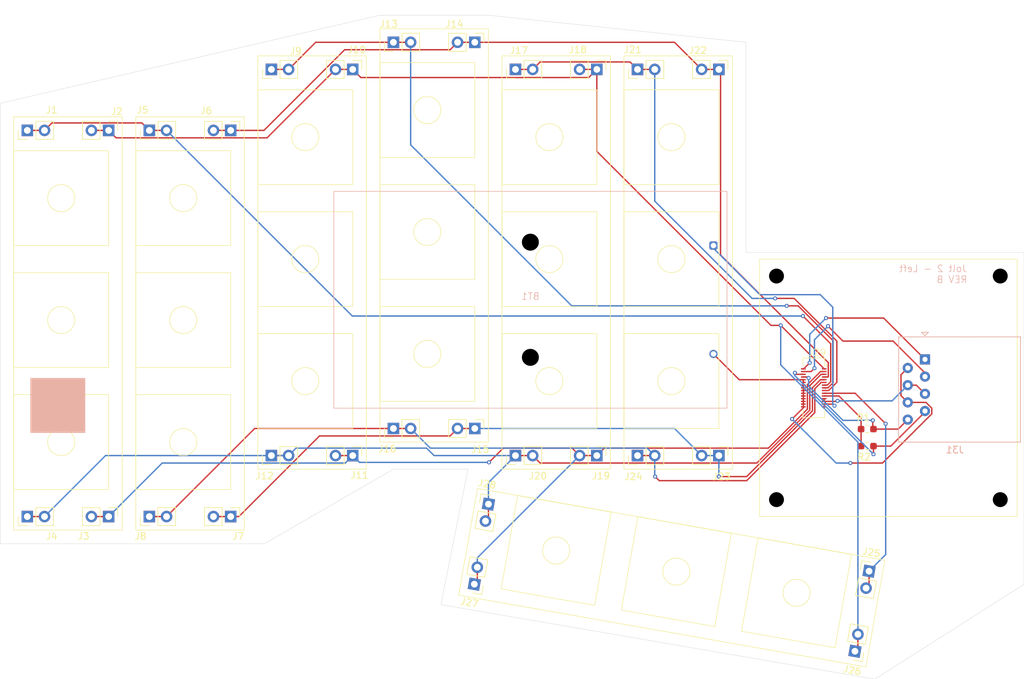
<source format=kicad_pcb>
(kicad_pcb (version 20240108) (generator "pcbnew") (generator_version "8.0")
  (layers (0 "F.Cu" signal) (31 "B.Cu" signal) (34 "B.Paste" user) (35 "F.Paste" user) (36 "B.SilkS" user "B.Silkscreen") (37 "F.SilkS" user "F.Silkscreen") (38 "B.Mask" user) (39 "F.Mask" user) (44 "Edge.Cuts" user))
  (net 0 "")
  (net 1 "/COL-A")
  (net 2 "/ROW-A")
  (net 3 "/ROW-B")
  (net 4 "/ROW-C")
  (net 5 "/ROW-D")
  (net 6 "/ROW-E")
  (net 7 "/ROW-F")
  (net 8 "/COL-B")
  (net 9 "/COL-C")
  (net 10 "/COL-D")
  (net 11 "VBUS")
  (net 12 "/SER-TX")
  (net 13 "Net-(BT1-+)")
  (net 14 "GND")
  (net 15 "/SCL")
  (net 16 "/SDA")
  (net 17 "/SER-RX")
  (net 18 "+3.3V")
  (footprint "Resistor_SMD:R_0603_1608Metric_Pad0.98x0.95mm_HandSolder" (layer "F.Cu") (at 164.8875 131.6)
    (property "Reference" "R2" (at -0.4875 1.6 0) (layer "F.SilkS"))
    (property "Value" "4.7k")
    (pad "1" smd roundrect (at -0.9125 0) (size 0.975 0.95) (layers "F.Cu" "F.Paste" "F.Mask") (net 18 "+3.3V"))
    (pad "2" smd roundrect (at 0.9125 0) (size 0.975 0.95) (layers "F.Cu" "F.Paste" "F.Mask") (net 15 "/SCL"))
  )
  (footprint "Connector_PinHeader_2.54mm:PinHeader_1x02_P2.54mm_Vertical" (layer "F.Cu") (at 95 72 90)
    (property "Reference" "J13" (at 2.7 -0.7 180) (layer "F.SilkS"))
    (property "Value" "Conn_01x02_Pin")
    (pad "1" thru_hole rect (at 0 0 90) (size 1.7 1.7) (drill 1) (layers "*.Cu" "*.Mask") (net 8 "/COL-B"))
    (pad "2" thru_hole oval (at 0 2.54 90) (size 1.7 1.7) (drill 1) (layers "*.Cu" "*.Mask") (net 8 "/COL-B"))
  )
  (footprint "Connector_PinHeader_2.54mm:PinHeader_1x02_P2.54mm_Vertical" (layer "F.Cu") (at 113 133 90)
    (property "Reference" "J20" (at -3 3.3 180) (layer "F.SilkS"))
    (property "Value" "Conn_01x02_Pin")
    (pad "1" thru_hole rect (at 0 0 90) (size 1.7 1.7) (drill 1) (layers "*.Cu" "*.Mask") (net 4 "/ROW-C"))
    (pad "2" thru_hole oval (at 0 2.54 90) (size 1.7 1.7) (drill 1) (layers "*.Cu" "*.Mask") (net 4 "/ROW-C"))
  )
  (footprint "Resistor_SMD:R_0603_1608Metric_Pad0.98x0.95mm_HandSolder" (layer "F.Cu") (at 164.8875 129.09)
    (property "Reference" "R1" (at -0.5875 -1.69 0) (layer "F.SilkS"))
    (property "Value" "4.7k")
    (pad "1" smd roundrect (at -0.9125 0) (size 0.975 0.95) (layers "F.Cu" "F.Paste" "F.Mask") (net 18 "+3.3V"))
    (pad "2" smd roundrect (at 0.9125 0) (size 0.975 0.95) (layers "F.Cu" "F.Paste" "F.Mask") (net 16 "/SDA"))
  )
  (footprint "Connector_PinHeader_2.54mm:PinHeader_1x02_P2.54mm_Vertical" (layer "F.Cu") (at 89 76 -90)
    (property "Reference" "J10" (at -2.9 -0.6 180) (layer "F.SilkS"))
    (property "Value" "Conn_01x02_Pin")
    (pad "1" thru_hole rect (at 0 0 270) (size 1.7 1.7) (drill 1) (layers "*.Cu" "*.Mask") (net 2 "/ROW-A"))
    (pad "2" thru_hole oval (at 0 2.54 270) (size 1.7 1.7) (drill 1) (layers "*.Cu" "*.Mask") (net 2 "/ROW-A"))
  )
  (footprint "Connector_PinHeader_2.54mm:PinHeader_1x02_P2.54mm_Vertical" (layer "F.Cu") (at 165.150895 150.060515 -10)
    (property "Reference" "J25" (at -0.135557 -2.779198 170) (layer "F.SilkS"))
    (property "Value" "Conn_01x02_Pin")
    (pad "1" thru_hole rect (at 0 0 350) (size 1.7 1.7) (drill 1) (layers "*.Cu" "*.Mask") (net 10 "/COL-D"))
    (pad "2" thru_hole oval (at 0 2.54 350) (size 1.7 1.7) (drill 1) (layers "*.Cu" "*.Mask") (net 10 "/COL-D"))
  )
  (footprint "Connector_PinHeader_2.54mm:PinHeader_1x02_P2.54mm_Vertical" (layer "F.Cu") (at 59 85 90)
    (property "Reference" "J5" (at 3 -1 180) (layer "F.SilkS"))
    (property "Value" "Conn_01x02_Pin")
    (pad "1" thru_hole rect (at 0 0 90) (size 1.7 1.7) (drill 1) (layers "*.Cu" "*.Mask") (net 1 "/COL-A"))
    (pad "2" thru_hole oval (at 0 2.54 90) (size 1.7 1.7) (drill 1) (layers "*.Cu" "*.Mask") (net 1 "/COL-A"))
  )
  (footprint "Connector_PinHeader_2.54mm:PinHeader_1x02_P2.54mm_Vertical" (layer "F.Cu") (at 41 85 90)
    (property "Reference" "J1" (at 3 3.6 180) (layer "F.SilkS"))
    (property "Value" "Conn_01x02_Pin")
    (pad "1" thru_hole rect (at 0 0 90) (size 1.7 1.7) (drill 1) (layers "*.Cu" "*.Mask") (net 1 "/COL-A"))
    (pad "2" thru_hole oval (at 0 2.54 90) (size 1.7 1.7) (drill 1) (layers "*.Cu" "*.Mask") (net 1 "/COL-A"))
  )
  (footprint "Connector_PinHeader_2.54mm:PinHeader_1x02_P2.54mm_Vertical" (layer "F.Cu") (at 77 133 90)
    (property "Reference" "J12" (at -3 -1 180) (layer "F.SilkS"))
    (property "Value" "Conn_01x02_Pin")
    (pad "1" thru_hole rect (at 0 0 90) (size 1.7 1.7) (drill 1) (layers "*.Cu" "*.Mask") (net 4 "/ROW-C"))
    (pad "2" thru_hole oval (at 0 2.54 90) (size 1.7 1.7) (drill 1) (layers "*.Cu" "*.Mask") (net 4 "/ROW-C"))
  )
  (footprint "Connector_PinHeader_2.54mm:PinHeader_1x02_P2.54mm_Vertical" (layer "F.Cu") (at 53 85 -90)
    (property "Reference" "J2" (at -2.8 -1.2 180) (layer "F.SilkS"))
    (property "Value" "Conn_01x02_Pin")
    (pad "1" thru_hole rect (at 0 0 270) (size 1.7 1.7) (drill 1) (layers "*.Cu" "*.Mask") (net 2 "/ROW-A"))
    (pad "2" thru_hole oval (at 0 2.54 270) (size 1.7 1.7) (drill 1) (layers "*.Cu" "*.Mask") (net 2 "/ROW-A"))
  )
  (footprint "Connector_PinHeader_2.54mm:PinHeader_1x02_P2.54mm_Vertical" (layer "F.Cu") (at 77 76 90)
    (property "Reference" "J9" (at 2.7 3.6 180) (layer "F.SilkS"))
    (property "Value" "Conn_01x02_Pin")
    (pad "1" thru_hole rect (at 0 0 90) (size 1.7 1.7) (drill 1) (layers "*.Cu" "*.Mask") (net 8 "/COL-B"))
    (pad "2" thru_hole oval (at 0 2.54 90) (size 1.7 1.7) (drill 1) (layers "*.Cu" "*.Mask") (net 8 "/COL-B"))
  )
  (footprint "Connector_PinHeader_2.54mm:PinHeader_1x02_P2.54mm_Vertical" (layer "F.Cu") (at 131 76 90)
    (property "Reference" "J21" (at 2.9 -0.7 180) (layer "F.SilkS"))
    (property "Value" "Conn_01x02_Pin")
    (pad "1" thru_hole rect (at 0 0 90) (size 1.7 1.7) (drill 1) (layers "*.Cu" "*.Mask") (net 9 "/COL-C"))
    (pad "2" thru_hole oval (at 0 2.54 90) (size 1.7 1.7) (drill 1) (layers "*.Cu" "*.Mask") (net 9 "/COL-C"))
  )
  (footprint "Connector_PinHeader_2.54mm:PinHeader_1x02_P2.54mm_Vertical" (layer "F.Cu") (at 125 76 -90)
    (property "Reference" "J18" (at -2.9 2.8 180) (layer "F.SilkS"))
    (property "Value" "Conn_01x02_Pin")
    (pad "1" thru_hole rect (at 0 0 270) (size 1.7 1.7) (drill 1) (layers "*.Cu" "*.Mask") (net 2 "/ROW-A"))
    (pad "2" thru_hole oval (at 0 2.54 270) (size 1.7 1.7) (drill 1) (layers "*.Cu" "*.Mask") (net 2 "/ROW-A"))
  )
  (footprint "Connector_PinHeader_2.54mm:PinHeader_1x02_P2.54mm_Vertical" (layer "F.Cu") (at 107 129 -90)
    (property "Reference" "J15" (at 3.1 -0.8 180) (layer "F.SilkS"))
    (property "Value" "Conn_01x02_Pin")
    (pad "1" thru_hole rect (at 0 0 270) (size 1.7 1.7) (drill 1) (layers "*.Cu" "*.Mask") (net 6 "/ROW-E"))
    (pad "2" thru_hole oval (at 0 2.54 270) (size 1.7 1.7) (drill 1) (layers "*.Cu" "*.Mask") (net 6 "/ROW-E"))
  )
  (footprint "Connector_PinHeader_2.54mm:PinHeader_1x02_P2.54mm_Vertical" (layer "F.Cu") (at 106.933075 151.980261 170)
    (property "Reference" "J27" (at 0.24966 -2.805717 170) (layer "F.SilkS"))
    (property "Value" "Conn_01x02_Pin")
    (pad "1" thru_hole rect (at 0 0 170) (size 1.7 1.7) (drill 1) (layers "*.Cu" "*.Mask") (net 3 "/ROW-B"))
    (pad "2" thru_hole oval (at 0 2.54 170) (size 1.7 1.7) (drill 1) (layers "*.Cu" "*.Mask") (net 3 "/ROW-B"))
  )
  (footprint "Connector_PinHeader_2.54mm:PinHeader_1x02_P2.54mm_Vertical" (layer "F.Cu") (at 163.067117 161.878208 170)
    (property "Reference" "J26" (at -0.091546 -2.849181 170) (layer "F.SilkS"))
    (property "Value" "Conn_01x02_Pin")
    (pad "1" thru_hole rect (at 0 0 170) (size 1.7 1.7) (drill 1) (layers "*.Cu" "*.Mask") (net 2 "/ROW-A"))
    (pad "2" thru_hole oval (at 0 2.54 170) (size 1.7 1.7) (drill 1) (layers "*.Cu" "*.Mask") (net 2 "/ROW-A"))
  )
  (footprint "Connector_PinHeader_2.54mm:PinHeader_1x02_P2.54mm_Vertical" (layer "F.Cu") (at 113 76 90)
    (property "Reference" "J17" (at 2.8 0.5 180) (layer "F.SilkS"))
    (property "Value" "Conn_01x02_Pin")
    (pad "1" thru_hole rect (at 0 0 90) (size 1.7 1.7) (drill 1) (layers "*.Cu" "*.Mask") (net 9 "/COL-C"))
    (pad "2" thru_hole oval (at 0 2.54 90) (size 1.7 1.7) (drill 1) (layers "*.Cu" "*.Mask") (net 9 "/COL-C"))
  )
  (footprint "Connector_PinHeader_2.54mm:PinHeader_1x02_P2.54mm_Vertical" (layer "F.Cu") (at 71 142 -90)
    (property "Reference" "J7" (at 2.9 -1.1 180) (layer "F.SilkS"))
    (property "Value" "Conn_01x02_Pin")
    (pad "1" thru_hole rect (at 0 0 270) (size 1.7 1.7) (drill 1) (layers "*.Cu" "*.Mask") (net 6 "/ROW-E"))
    (pad "2" thru_hole oval (at 0 2.54 270) (size 1.7 1.7) (drill 1) (layers "*.Cu" "*.Mask") (net 6 "/ROW-E"))
  )
  (footprint "Connector_PinHeader_2.54mm:PinHeader_1x02_P2.54mm_Vertical" (layer "F.Cu") (at 143 76 -90)
    (property "Reference" "J22" (at -2.8 3.1 180) (layer "F.SilkS"))
    (property "Value" "Conn_01x02_Pin")
    (pad "1" thru_hole rect (at 0 0 270) (size 1.7 1.7) (drill 1) (layers "*.Cu" "*.Mask") (net 5 "/ROW-D"))
    (pad "2" thru_hole oval (at 0 2.54 270) (size 1.7 1.7) (drill 1) (layers "*.Cu" "*.Mask") (net 5 "/ROW-D"))
  )
  (footprint "Connector_PinHeader_2.54mm:PinHeader_1x02_P2.54mm_Vertical" (layer "F.Cu") (at 89 133 -90)
    (property "Reference" "J11" (at 2.9 -1 180) (layer "F.SilkS"))
    (property "Value" "Conn_01x02_Pin")
    (pad "1" thru_hole rect (at 0 0 270) (size 1.7 1.7) (drill 1) (layers "*.Cu" "*.Mask") (net 3 "/ROW-B"))
    (pad "2" thru_hole oval (at 0 2.54 270) (size 1.7 1.7) (drill 1) (layers "*.Cu" "*.Mask") (net 3 "/ROW-B"))
  )
  (footprint "Connector_PinHeader_2.54mm:PinHeader_1x02_P2.54mm_Vertical" (layer "F.Cu") (at 71 85 -90)
    (property "Reference" "J6" (at -2.9 3.6 180) (layer "F.SilkS"))
    (property "Value" "Conn_01x02_Pin")
    (pad "1" thru_hole rect (at 0 0 270) (size 1.7 1.7) (drill 1) (layers "*.Cu" "*.Mask") (net 5 "/ROW-D"))
    (pad "2" thru_hole oval (at 0 2.54 270) (size 1.7 1.7) (drill 1) (layers "*.Cu" "*.Mask") (net 5 "/ROW-D"))
  )
  (footprint "Connector_PinHeader_2.54mm:PinHeader_1x02_P2.54mm_Vertical" (layer "F.Cu") (at 131 133 90)
    (property "Reference" "J24" (at -3.1 -0.6 180) (layer "F.SilkS"))
    (property "Value" "Conn_01x02_Pin")
    (pad "1" thru_hole rect (at 0 0 90) (size 1.7 1.7) (drill 1) (layers "*.Cu" "*.Mask") (net 7 "/ROW-F"))
    (pad "2" thru_hole oval (at 0 2.54 90) (size 1.7 1.7) (drill 1) (layers "*.Cu" "*.Mask") (net 7 "/ROW-F"))
  )
  (footprint "Connector_PinHeader_2.54mm:PinHeader_1x02_P2.54mm_Vertical" (layer "F.Cu") (at 53 142 -90)
    (property "Reference" "J3" (at 2.9 3.7 180) (layer "F.SilkS"))
    (property "Value" "Conn_01x02_Pin")
    (pad "1" thru_hole rect (at 0 0 270) (size 1.7 1.7) (drill 1) (layers "*.Cu" "*.Mask") (net 3 "/ROW-B"))
    (pad "2" thru_hole oval (at 0 2.54 270) (size 1.7 1.7) (drill 1) (layers "*.Cu" "*.Mask") (net 3 "/ROW-B"))
  )
  (footprint "davidb-keyboard-foot:df40c-2_0-30P-0_4v" (layer "F.Cu") (at 157 123)
    (property "Reference" "J29" (at 0.5 -5.2 0) (layer "F.SilkS") (effects (font (thickness 0.1))))
    (property "Value" "~")
    (pad "" np_thru_hole circle (at -5.5 -16.5) (size 2.2 2.2) (drill 2.2) (layers "F.Paste" "F.Mask"))
    (pad "" np_thru_hole circle (at -5.5 16.5) (size 2.2 2.2) (drill 2.2) (layers "F.Paste" "F.Mask"))
    (pad "" np_thru_hole circle (at 27.5 -16.5) (size 2.2 2.2) (drill 2.2) (layers "F.Paste" "F.Mask"))
    (pad "" np_thru_hole circle (at 27.5 16.5) (size 2.2 2.2) (drill 2.2) (layers "F.Paste" "F.Mask"))
    (pad "1" smd rect (at 1.54 -2.8) (size 0.7 0.2) (layers "F.Cu" "F.Paste" "F.Mask") (net 2 "/ROW-A"))
    (pad "2" smd rect (at -1.54 -2.8) (size 0.7 0.2) (layers "F.Cu" "F.Paste" "F.Mask") (net 17 "/SER-RX"))
    (pad "3" smd rect (at 1.54 -2.4) (size 0.7 0.2) (layers "F.Cu" "F.Paste" "F.Mask") (net 3 "/ROW-B"))
    (pad "4" smd rect (at -1.54 -2.4) (size 0.7 0.2) (layers "F.Cu" "F.Paste" "F.Mask") (net 12 "/SER-TX"))
    (pad "5" smd rect (at 1.54 -2) (size 0.7 0.2) (layers "F.Cu" "F.Paste" "F.Mask") (net 4 "/ROW-C"))
    (pad "6" smd rect (at -1.54 -2) (size 0.7 0.2) (layers "F.Cu" "F.Paste" "F.Mask") (net 15 "/SCL"))
    (pad "7" smd rect (at 1.54 -1.6) (size 0.7 0.2) (layers "F.Cu" "F.Paste" "F.Mask") (net 5 "/ROW-D"))
    (pad "8" smd rect (at -1.54 -1.6) (size 0.7 0.2) (layers "F.Cu" "F.Paste" "F.Mask") (net 16 "/SDA"))
    (pad "9" smd rect (at 1.54 -1.2) (size 0.7 0.2) (layers "F.Cu" "F.Paste" "F.Mask") (net 6 "/ROW-E"))
    (pad "10" smd rect (at -1.54 -1.2) (size 0.7 0.2) (layers "F.Cu" "F.Paste" "F.Mask") (net 14 "GND"))
    (pad "11" smd rect (at 1.54 -0.8) (size 0.7 0.2) (layers "F.Cu" "F.Paste" "F.Mask") (net 7 "/ROW-F"))
    (pad "12" smd rect (at -1.54 -0.8) (size 0.7 0.2) (layers "F.Cu" "F.Paste" "F.Mask") (net 14 "GND"))
    (pad "13" smd rect (at 1.54 -0.4) (size 0.7 0.2) (layers "F.Cu" "F.Paste" "F.Mask") (net 1 "/COL-A"))
    (pad "14" smd rect (at -1.54 -0.4) (size 0.7 0.2) (layers "F.Cu" "F.Paste" "F.Mask") (net 14 "GND"))
    (pad "15" smd rect (at 1.54 0) (size 0.7 0.2) (layers "F.Cu" "F.Paste" "F.Mask") (net 8 "/COL-B"))
    (pad "16" smd rect (at -1.54 0) (size 0.7 0.2) (layers "F.Cu" "F.Paste" "F.Mask") (net 14 "GND"))
    (pad "17" smd rect (at 1.54 0.4) (size 0.7 0.2) (layers "F.Cu" "F.Paste" "F.Mask") (net 9 "/COL-C"))
    (pad "18" smd rect (at -1.54 0.4) (size 0.7 0.2) (layers "F.Cu" "F.Paste" "F.Mask") (net 14 "GND"))
    (pad "19" smd rect (at 1.54 0.8) (size 0.7 0.2) (layers "F.Cu" "F.Paste" "F.Mask") (net 10 "/COL-D"))
    (pad "20" smd rect (at -1.54 0.8) (size 0.7 0.2) (layers "F.Cu" "F.Paste" "F.Mask") (net 14 "GND"))
    (pad "21" smd rect (at 1.54 1.2) (size 0.7 0.2) (layers "F.Cu" "F.Paste" "F.Mask") (net 18 "+3.3V"))
    (pad "22" smd rect (at -1.54 1.2) (size 0.7 0.2) (layers "F.Cu" "F.Paste" "F.Mask") (net 14 "GND"))
    (pad "23" smd rect (at 1.54 1.6) (size 0.7 0.2) (layers "F.Cu" "F.Paste" "F.Mask") (net 11 "VBUS"))
    (pad "24" smd rect (at -1.54 1.6) (size 0.7 0.2) (layers "F.Cu" "F.Paste" "F.Mask") (net 14 "GND"))
    (pad "25" smd rect (at 1.54 2) (size 0.7 0.2) (layers "F.Cu" "F.Paste" "F.Mask") (net 11 "VBUS"))
    (pad "26" smd rect (at -1.54 2) (size 0.7 0.2) (layers "F.Cu" "F.Paste" "F.Mask") (net 14 "GND"))
    (pad "27" smd rect (at 1.54 2.4) (size 0.7 0.2) (layers "F.Cu" "F.Paste" "F.Mask") (net 13 "Net-(BT1-+)"))
    (pad "28" smd rect (at -1.54 2.4) (size 0.7 0.2) (layers "F.Cu" "F.Paste" "F.Mask") (net 14 "GND"))
    (pad "29" smd rect (at 1.54 2.8) (size 0.7 0.2) (layers "F.Cu" "F.Paste" "F.Mask") (net 13 "Net-(BT1-+)"))
    (pad "30" smd rect (at -1.54 2.8) (size 0.7 0.2) (layers "F.Cu" "F.Paste" "F.Mask") (net 14 "GND"))
  )
  (footprint "Connector_PinHeader_2.54mm:PinHeader_1x02_P2.54mm_Vertical" (layer "F.Cu") (at 125 133 -90)
    (property "Reference" "J19" (at 3 -0.6 180) (layer "F.SilkS"))
    (property "Value" "Conn_01x02_Pin")
    (pad "1" thru_hole rect (at 0 0 270) (size 1.7 1.7) (drill 1) (layers "*.Cu" "*.Mask") (net 3 "/ROW-B"))
    (pad "2" thru_hole oval (at 0 2.54 270) (size 1.7 1.7) (drill 1) (layers "*.Cu" "*.Mask") (net 3 "/ROW-B"))
  )
  (footprint "Connector_PinHeader_2.54mm:PinHeader_1x02_P2.54mm_Vertical" (layer "F.Cu") (at 95 129 90)
    (property "Reference" "J16" (at -3 -0.9 180) (layer "F.SilkS"))
    (property "Value" "Conn_01x02_Pin")
    (pad "1" thru_hole rect (at 0 0 90) (size 1.7 1.7) (drill 1) (layers "*.Cu" "*.Mask") (net 7 "/ROW-F"))
    (pad "2" thru_hole oval (at 0 2.54 90) (size 1.7 1.7) (drill 1) (layers "*.Cu" "*.Mask") (net 7 "/ROW-F"))
  )
  (footprint "Connector_PinHeader_2.54mm:PinHeader_1x02_P2.54mm_Vertical" (layer "F.Cu") (at 41 142 90)
    (property "Reference" "J4" (at -2.9 3.6 180) (layer "F.SilkS"))
    (property "Value" "Conn_01x02_Pin")
    (pad "1" thru_hole rect (at 0 0 90) (size 1.7 1.7) (drill 1) (layers "*.Cu" "*.Mask") (net 4 "/ROW-C"))
    (pad "2" thru_hole oval (at 0 2.54 90) (size 1.7 1.7) (drill 1) (layers "*.Cu" "*.Mask") (net 4 "/ROW-C"))
  )
  (footprint "Connector_PinHeader_2.54mm:PinHeader_1x02_P2.54mm_Vertical" (layer "F.Cu") (at 143 133 -90)
    (property "Reference" "J23" (at 3.1 -0.4 180) (layer "F.SilkS"))
    (property "Value" "Conn_01x02_Pin")
    (pad "1" thru_hole rect (at 0 0 270) (size 1.7 1.7) (drill 1) (layers "*.Cu" "*.Mask") (net 6 "/ROW-E"))
    (pad "2" thru_hole oval (at 0 2.54 270) (size 1.7 1.7) (drill 1) (layers "*.Cu" "*.Mask") (net 6 "/ROW-E"))
  )
  (footprint "Connector_PinHeader_2.54mm:PinHeader_1x02_P2.54mm_Vertical" (layer "F.Cu") (at 59 142 90)
    (property "Reference" "J8" (at -2.9 -1.3 180) (layer "F.SilkS"))
    (property "Value" "Conn_01x02_Pin")
    (pad "1" thru_hole rect (at 0 0 90) (size 1.7 1.7) (drill 1) (layers "*.Cu" "*.Mask") (net 7 "/ROW-F"))
    (pad "2" thru_hole oval (at 0 2.54 90) (size 1.7 1.7) (drill 1) (layers "*.Cu" "*.Mask") (net 7 "/ROW-F"))
  )
  (footprint "Connector_PinHeader_2.54mm:PinHeader_1x02_P2.54mm_Vertical" (layer "F.Cu") (at 109.016853 140.162568 -10)
    (property "Reference" "J28" (at -0.728003 -2.879904 170) (layer "F.SilkS"))
    (property "Value" "Conn_01x02_Pin")
    (pad "1" thru_hole rect (at 0 0 350) (size 1.7 1.7) (drill 1) (layers "*.Cu" "*.Mask") (net 4 "/ROW-C"))
    (pad "2" thru_hole oval (at 0 2.54 350) (size 1.7 1.7) (drill 1) (layers "*.Cu" "*.Mask") (net 4 "/ROW-C"))
  )
  (footprint "Connector_PinHeader_2.54mm:PinHeader_1x02_P2.54mm_Vertical" (layer "F.Cu") (at 107 72 -90)
    (property "Reference" "J14" (at -2.7 3 180) (layer "F.SilkS"))
    (property "Value" "Conn_01x02_Pin")
    (pad "1" thru_hole rect (at 0 0 270) (size 1.7 1.7) (drill 1) (layers "*.Cu" "*.Mask") (net 5 "/ROW-D"))
    (pad "2" thru_hole oval (at 0 2.54 270) (size 1.7 1.7) (drill 1) (layers "*.Cu" "*.Mask") (net 5 "/ROW-D"))
  )
  (footprint "Connector_RJ:RJ45_Amphenol_54602-x08_Horizontal" (layer "B.Cu") (at 173.4 118.8 -90)
    (property "Reference" "J31" (at 13.36 -4.4 0) (layer "B.SilkS") (effects (justify mirror)))
    (property "Value" "RJ45")
    (pad "" np_thru_hole circle (at -1.27 -6.35 270) (size 3.2 3.2) (drill 3.2) (layers "*.Cu" "*.Mask"))
    (pad "" np_thru_hole circle (at 10.16 -6.35 270) (size 3.2 3.2) (drill 3.2) (layers "*.Cu" "*.Mask"))
    (pad "1" thru_hole rect (at 0 0 270) (size 1.5 1.5) (drill 0.76) (layers "*.Cu" "*.Mask") (net 17 "/SER-RX"))
    (pad "2" thru_hole circle (at 1.27 2.54 270) (size 1.5 1.5) (drill 0.76) (layers "*.Cu" "*.Mask") (net 14 "GND"))
    (pad "3" thru_hole circle (at 2.54 0 270) (size 1.5 1.5) (drill 0.76) (layers "*.Cu" "*.Mask") (net 12 "/SER-TX"))
    (pad "4" thru_hole circle (at 3.81 2.54 270) (size 1.5 1.5) (drill 0.76) (layers "*.Cu" "*.Mask") (net 11 "VBUS"))
    (pad "5" thru_hole circle (at 5.08 0 270) (size 1.5 1.5) (drill 0.76) (layers "*.Cu" "*.Mask") (net 11 "VBUS"))
    (pad "6" thru_hole circle (at 6.35 2.54 270) (size 1.5 1.5) (drill 0.76) (layers "*.Cu" "*.Mask") (net 14 "GND"))
    (pad "7" thru_hole circle (at 7.62 0 270) (size 1.5 1.5) (drill 0.76) (layers "*.Cu" "*.Mask") (net 15 "/SCL"))
    (pad "8" thru_hole circle (at 8.89 2.54 270) (size 1.5 1.5) (drill 0.76) (layers "*.Cu" "*.Mask") (net 16 "/SDA"))
  )
  (footprint "davidb-keyboard-foot:BAT-2xAA-SHELL-CASE-BOX" (layer "B.Cu") (at 144.2 126 180)
    (property "Reference" "BT1" (at 29 16.5 0) (layer "B.SilkS") (effects (font (thickness 0.1)) (justify mirror)))
    (property "Value" "Battery")
    (pad "" np_thru_hole circle (at 29 7.5 180) (size 3 3) (drill 2.5) (layers "*.Mask") (clearance 0.1))
    (pad "" np_thru_hole circle (at 29 24.5 180) (size 3 3) (drill 2.5) (layers "*.Mask") (clearance 0.1))
    (pad "1" thru_hole roundrect (at 2 24 180) (size 1.2 1.2) (drill 0.8) (layers "*.Cu" "*.Mask") (roundrect_rratio 0.2083333333) (net 13 "Net-(BT1-+)") (clearance 0.1))
    (pad "2" thru_hole circle (at 2 8 180) (size 1.2 1.2) (drill 0.8) (layers "*.Cu" "*.Mask") (net 14 "GND") (clearance 0.1))
  )
  (gr_rect (start 41.5 121.6) (end 49.5 129.6) (stroke (width 0.1)) (fill solid) (layer "B.SilkS"))
  (gr_circle (center 136 86) (end 138 86) (stroke (width 0.1)) (fill none) (layer "F.SilkS"))
  (gr_rect (start 93 111) (end 107 125) (stroke (width 0.1)) (fill none) (layer "F.SilkS"))
  (gr_rect (start 111 115) (end 125 129) (stroke (width 0.1)) (fill none) (layer "F.SilkS"))
  (gr_circle (center 100 82) (end 102 82) (stroke (width 0.1)) (fill none) (layer "F.SilkS"))
  (gr_rect (start 39 88) (end 53 102) (stroke (width 0.1)) (fill none) (layer "F.SilkS"))
  (gr_rect (start 57 106) (end 71 120) (stroke (width 0.1)) (fill none) (layer "F.SilkS"))
  (gr_rect (start 129 97) (end 143 111) (stroke (width 0.1)) (fill none) (layer "F.SilkS"))
  (gr_rect (start 75 115) (end 89 129) (stroke (width 0.1)) (fill none) (layer "F.SilkS"))
  (gr_circle (center 46 95) (end 48 95) (stroke (width 0.1)) (fill none) (layer "F.SilkS"))
  (gr_poly (pts (xy 107.394534 137.845657) (xy 167.467807 148.438195) (xy 164.689436 164.195119) (xy 104.616163 153.602581)) (stroke (width 0.1)) (fill none) (layer "F.SilkS"))
  (gr_circle (center 82 122) (end 84 122) (stroke (width 0.1)) (fill none) (layer "F.SilkS"))
  (gr_rect (start 129 74) (end 145 135) (stroke (width 0.1)) (fill none) (layer "F.SilkS"))
  (gr_rect (start 111 74) (end 127 135) (stroke (width 0.1)) (fill none) (layer "F.SilkS"))
  (gr_rect (start 75 97) (end 89 111) (stroke (width 0.1)) (fill none) (layer "F.SilkS"))
  (gr_rect (start 93 93) (end 107 107) (stroke (width 0.1)) (fill none) (layer "F.SilkS"))
  (gr_circle (center 136 104) (end 138 104) (stroke (width 0.1)) (fill none) (layer "F.SilkS"))
  (gr_rect (start 111 97) (end 125 111) (stroke (width 0.1)) (fill none) (layer "F.SilkS"))
  (gr_rect (start 57 124) (end 71 138) (stroke (width 0.1)) (fill none) (layer "F.SilkS"))
  (gr_circle (center 100 118) (end 102 118) (stroke (width 0.1)) (fill none) (layer "F.SilkS"))
  (gr_rect (start 75 79) (end 89 93) (stroke (width 0.1)) (fill none) (layer "F.SilkS"))
  (gr_circle (center 64 131) (end 66 131) (stroke (width 0.1)) (fill none) (layer "F.SilkS"))
  (gr_poly (pts (xy 144.835731 144.44755) (xy 131.048423 142.016475) (xy 128.617348 155.803784) (xy 142.404657 158.234858)) (stroke (width 0.1)) (fill none) (layer "F.SilkS"))
  (gr_circle (center 118 122) (end 120 122) (stroke (width 0.1)) (fill none) (layer "F.SilkS"))
  (gr_circle (center 119 147) (end 118.652704 148.969615) (stroke (width 0.1)) (fill none) (layer "F.SilkS"))
  (gr_circle (center 136 122) (end 138 122) (stroke (width 0.1)) (fill none) (layer "F.SilkS"))
  (gr_circle (center 154.453079 153.251334) (end 154.105783 155.22095) (stroke (width 0.1)) (fill none) (layer "F.SilkS"))
  (gr_poly (pts (xy 162.562271 147.573217) (xy 148.774962 145.142143) (xy 146.343888 158.929451) (xy 160.131196 161.360526)) (stroke (width 0.1)) (fill none) (layer "F.SilkS"))
  (gr_circle (center 82 86) (end 84 86) (stroke (width 0.1)) (fill none) (layer "F.SilkS"))
  (gr_circle (center 118 86) (end 120 86) (stroke (width 0.1)) (fill none) (layer "F.SilkS"))
  (gr_rect (start 39 83) (end 55 144) (stroke (width 0.1)) (fill none) (layer "F.SilkS"))
  (gr_rect (start 93 75) (end 107 89) (stroke (width 0.1)) (fill none) (layer "F.SilkS"))
  (gr_circle (center 64 95) (end 66 95) (stroke (width 0.1)) (fill none) (layer "F.SilkS"))
  (gr_circle (center 100 100) (end 102 100) (stroke (width 0.1)) (fill none) (layer "F.SilkS"))
  (gr_rect (start 39 124) (end 53 138) (stroke (width 0.1)) (fill none) (layer "F.SilkS"))
  (gr_circle (center 118 104) (end 120 104) (stroke (width 0.1)) (fill none) (layer "F.SilkS"))
  (gr_rect (start 93 70) (end 109 131) (stroke (width 0.1)) (fill none) (layer "F.SilkS"))
  (gr_rect (start 57 83) (end 73 144) (stroke (width 0.1)) (fill none) (layer "F.SilkS"))
  (gr_circle (center 46 131) (end 48 131) (stroke (width 0.1)) (fill none) (layer "F.SilkS"))
  (gr_rect (start 39 106) (end 53 120) (stroke (width 0.1)) (fill none) (layer "F.SilkS"))
  (gr_circle (center 136.72654 150.125667) (end 136.379243 152.095282) (stroke (width 0.1)) (fill none) (layer "F.SilkS"))
  (gr_rect (start 75 74) (end 91 135) (stroke (width 0.1)) (fill none) (layer "F.SilkS"))
  (gr_rect (start 57 88) (end 71 102) (stroke (width 0.1)) (fill none) (layer "F.SilkS"))
  (gr_circle (center 46 113) (end 48 113) (stroke (width 0.1)) (fill none) (layer "F.SilkS"))
  (gr_rect (start 129 115) (end 143 129) (stroke (width 0.1)) (fill none) (layer "F.SilkS"))
  (gr_poly (pts (xy 127.109192 141.321883) (xy 113.321883 138.890808) (xy 110.890809 152.678117) (xy 124.678117 155.109191)) (stroke (width 0.1)) (fill none) (layer "F.SilkS"))
  (gr_rect (start 111 79) (end 125 93) (stroke (width 0.1)) (fill none) (layer "F.SilkS"))
  (gr_rect (start 129 79) (end 143 93) (stroke (width 0.1)) (fill none) (layer "F.SilkS"))
  (gr_circle (center 82 104) (end 84 104) (stroke (width 0.1)) (fill none) (layer "F.SilkS"))
  (gr_circle (center 64 113) (end 66 113) (stroke (width 0.1)) (fill none) (layer "F.SilkS"))
  (gr_poly (pts (xy 188 103) (xy 147 103) (xy 147 72) (xy 109 68) (xy 93 68) (xy 37 81) (xy 37 146) (xy 76 146) (xy 95 135) (xy 106 135) (xy 102 155) (xy 166 166) (xy 188 152)) (stroke (width 0.05)) (fill none) (layer "Edge.Cuts"))
  (gr_text "Jolt 2 - Left\nREV B" (at 179.7 107.6 0) (layer "B.SilkS") (effects (font (size 1 1) (thickness 0.1)) (justify left bottom mirror)))
  (segment (start 43.54 85) (end 44.64 83.9) (width 0.2) (layer "F.Cu") (net 1))
  (segment (start 61.54 85) (end 59 85) (width 0.2) (layer "F.Cu") (net 1))
  (segment (start 159.49 116.49) (end 155.4 112.4) (width 0.2) (layer "F.Cu") (net 1))
  (segment (start 158.995026 122.6) (end 159.49 122.105026) (width 0.2) (layer "F.Cu") (net 1))
  (segment (start 43.54 85) (end 41 85) (width 0.2) (layer "F.Cu") (net 1))
  (segment (start 159.49 122.105026) (end 159.49 116.49) (width 0.2) (layer "F.Cu") (net 1))
  (segment (start 57.9 83.9) (end 59 85) (width 0.2) (layer "F.Cu") (net 1))
  (segment (start 158.54 122.6) (end 158.995026 122.6) (width 0.2) (layer "F.Cu") (net 1))
  (segment (start 44.64 83.9) (end 57.9 83.9) (width 0.2) (layer "F.Cu") (net 1))
  (via (at 155.4 112.4) (size 0.6) (drill 0.3) (layers "F.Cu" "B.Cu") (net 1))
  (segment (start 155.4 112.4) (end 88.94 112.4) (width 0.2) (layer "B.Cu") (net 1))
  (segment (start 88.94 112.4) (end 61.54 85) (width 0.2) (layer "B.Cu") (net 1))
  (segment (start 89 76) (end 86.46 76) (width 0.2) (layer "F.Cu") (net 2))
  (segment (start 163.508183 159.376796) (end 163.508183 161.437142) (width 0.2) (layer "F.Cu") (net 2))
  (segment (start 158.54 120.2) (end 152.12 113.78) (width 0.2) (layer "F.Cu") (net 2))
  (segment (start 125 76) (end 122.46 76) (width 0.2) (layer "F.Cu") (net 2))
  (segment (start 90.2 77.2) (end 123.8 77.2) (width 0.2) (layer "F.Cu") (net 2))
  (segment (start 53 85) (end 50.46 85) (width 0.2) (layer "F.Cu") (net 2))
  (segment (start 152.12 113.78) (end 150.68 113.78) (width 0.2) (layer "F.Cu") (net 2))
  (segment (start 125 88.1) (end 125 76) (width 0.2) (layer "F.Cu") (net 2))
  (segment (start 123.8 77.2) (end 125 76) (width 0.2) (layer "F.Cu") (net 2))
  (segment (start 76.36 86.1) (end 86.46 76) (width 0.2) (layer "F.Cu") (net 2))
  (segment (start 53 85) (end 54.1 86.1) (width 0.2) (layer "F.Cu") (net 2))
  (segment (start 54.1 86.1) (end 76.36 86.1) (width 0.2) (layer "F.Cu") (net 2))
  (segment (start 89 76) (end 90.2 77.2) (width 0.2) (layer "F.Cu") (net 2))
  (segment (start 163.508183 161.437142) (end 163.067117 161.878208) (width 0.2) (layer "F.Cu") (net 2))
  (segment (start 150.68 113.78) (end 125 88.1) (width 0.2) (layer "F.Cu") (net 2))
  (via (at 152.12 113.78) (size 0.6) (drill 0.3) (layers "F.Cu" "B.Cu") (net 2))
  (segment (start 152.12 119.614974) (end 152.12 113.78) (width 0.2) (layer "B.Cu") (net 2))
  (segment (start 163.508183 159.376796) (end 163.508183 131.003157) (width 0.2) (layer "B.Cu") (net 2))
  (segment (start 163.508183 131.003157) (end 152.12 119.614974) (width 0.2) (layer "B.Cu") (net 2))
  (segment (start 53 142) (end 50.46 142) (width 0.2) (layer "F.Cu") (net 3))
  (segment (start 107.374141 151.539195) (end 106.933075 151.980261) (width 0.2) (layer "F.Cu") (net 3))
  (segment (start 109.1 134) (end 111.2 131.9) (width 0.2) (layer "F.Cu") (net 3))
  (segment (start 156.06 122.53) (end 156.06 126.14) (width 0.2) (layer "F.Cu") (net 3))
  (segment (start 111.2 131.9) (end 121.36 131.9) (width 0.2) (layer "F.Cu") (net 3))
  (segment (start 150.3 131.9) (end 126.1 131.9) (width 0.2) (layer "F.Cu") (net 3))
  (segment (start 157.99 120.6) (end 156.06 122.53) (width 0.2) (layer "F.Cu") (net 3))
  (segment (start 121.36 131.9) (end 122.46 133) (width 0.2) (layer "F.Cu") (net 3))
  (segment (start 158.54 120.6) (end 157.99 120.6) (width 0.2) (layer "F.Cu") (net 3))
  (segment (start 156.06 126.14) (end 150.3 131.9) (width 0.2) (layer "F.Cu") (net 3))
  (segment (start 125 133) (end 122.46 133) (width 0.2) (layer "F.Cu") (net 3))
  (segment (start 107.374141 149.478849) (end 107.374141 151.539195) (width 0.2) (layer "F.Cu") (net 3))
  (segment (start 89 133) (end 86.46 133) (width 0.2) (layer "F.Cu") (net 3))
  (segment (start 126.1 131.9) (end 125 133) (width 0.2) (layer "F.Cu") (net 3))
  (via (at 109.1 134) (size 0.6) (drill 0.3) (layers "F.Cu" "B.Cu") (net 3))
  (segment (start 89 133) (end 90 134) (width 0.2) (layer "B.Cu") (net 3))
  (segment (start 60.9 134.1) (end 53 142) (width 0.2) (layer "B.Cu") (net 3))
  (segment (start 90 134) (end 109.1 134) (width 0.2) (layer "B.Cu") (net 3))
  (segment (start 107.374141 148.085859) (end 122.46 133) (width 0.2) (layer "B.Cu") (net 3))
  (segment (start 107.374141 149.478849) (end 107.374141 148.085859) (width 0.2) (layer "B.Cu") (net 3))
  (segment (start 89 133) (end 87.9 134.1) (width 0.2) (layer "B.Cu") (net 3))
  (segment (start 87.9 134.1) (end 60.9 134.1) (width 0.2) (layer "B.Cu") (net 3))
  (segment (start 148.605026 134.1) (end 116.64 134.1) (width 0.2) (layer "F.Cu") (net 4))
  (segment (start 116.64 134.1) (end 115.54 133) (width 0.2) (layer "F.Cu") (net 4))
  (segment (start 158.084974 121) (end 156.41 122.674974) (width 0.2) (layer "F.Cu") (net 4))
  (segment (start 156.41 122.674974) (end 156.41 126.295026) (width 0.2) (layer "F.Cu") (net 4))
  (segment (start 158.54 121) (end 158.084974 121) (width 0.2) (layer "F.Cu") (net 4))
  (segment (start 43.54 142) (end 41 142) (width 0.2) (layer "F.Cu") (net 4))
  (segment (start 109.016853 142.222914) (end 108.575787 142.66398) (width 0.2) (layer "F.Cu") (net 4))
  (segment (start 113 133) (end 115.54 133) (width 0.2) (layer "F.Cu") (net 4))
  (segment (start 109.016853 140.162568) (end 109.016853 142.222914) (width 0.2) (layer "F.Cu") (net 4))
  (segment (start 79.54 133) (end 77 133) (width 0.2) (layer "F.Cu") (net 4))
  (segment (start 156.41 126.295026) (end 148.605026 134.1) (width 0.2) (layer "F.Cu") (net 4))
  (segment (start 99.9 131.9) (end 101 133) (width 0.2) (layer "B.Cu") (net 4))
  (segment (start 80.64 131.9) (end 99.9 131.9) (width 0.2) (layer "B.Cu") (net 4))
  (segment (start 109.016853 136.983147) (end 113 133) (width 0.2) (layer "B.Cu") (net 4))
  (segment (start 101 133) (end 113 133) (width 0.2) (layer "B.Cu") (net 4))
  (segment (start 79.54 133) (end 52.54 133) (width 0.2) (layer "B.Cu") (net 4))
  (segment (start 79.54 133) (end 80.64 131.9) (width 0.2) (layer "B.Cu") (net 4))
  (segment (start 109.016853 140.162568) (end 109.016853 136.983147) (width 0.2) (layer "B.Cu") (net 4))
  (segment (start 52.54 133) (end 43.54 142) (width 0.2) (layer "B.Cu") (net 4))
  (segment (start 107 72) (end 136.46 72) (width 0.2) (layer "F.Cu") (net 5))
  (segment (start 143 76) (end 140.46 76) (width 0.2) (layer "F.Cu") (net 5))
  (segment (start 136.46 72) (end 140.46 76) (width 0.2) (layer "F.Cu") (net 5))
  (segment (start 87.804365 73.1) (end 103.36 73.1) (width 0.2) (layer "F.Cu") (net 5))
  (segment (start 159.14 119.281422) (end 143.25 103.391422) (width 0.2) (layer "F.Cu") (net 5))
  (segment (start 71 85) (end 75.904365 85) (width 0.2) (layer "F.Cu") (net 5))
  (segment (start 158.54 121.4) (end 159.09 121.4) (width 0.2) (layer "F.Cu") (net 5))
  (segment (start 103.36 73.1) (end 104.46 72) (width 0.2) (layer "F.Cu") (net 5))
  (segment (start 107 72) (end 104.46 72) (width 0.2) (layer "F.Cu") (net 5))
  (segment (start 159.09 121.4) (end 159.14 121.35) (width 0.2) (layer "F.Cu") (net 5))
  (segment (start 159.14 121.35) (end 159.14 119.281422) (width 0.2) (layer "F.Cu") (net 5))
  (segment (start 143.25 103.391422) (end 143.25 76.25) (width 0.2) (layer "F.Cu") (net 5))
  (segment (start 75.904365 85) (end 87.804365 73.1) (width 0.2) (layer "F.Cu") (net 5))
  (segment (start 143.25 76.25) (end 143 76) (width 0.2) (layer "F.Cu") (net 5))
  (segment (start 71 85) (end 68.46 85) (width 0.2) (layer "F.Cu") (net 5))
  (segment (start 104.46 129) (end 103.36 130.1) (width 0.2) (layer "F.Cu") (net 6))
  (segment (start 156.8 126.4) (end 147.1 136.1) (width 0.2) (layer "F.Cu") (net 6))
  (segment (start 72.2 142) (end 71 142) (width 0.2) (layer "F.Cu") (net 6))
  (segment (start 103.36 130.1) (end 84.1 130.1) (width 0.2) (layer "F.Cu") (net 6))
  (segment (start 157.99 121.8) (end 156.8 122.99) (width 0.2) (layer "F.Cu") (net 6))
  (segment (start 84.1 130.1) (end 72.2 142) (width 0.2) (layer "F.Cu") (net 6))
  (segment (start 147.1 136.1) (end 143 136.1) (width 0.2) (layer "F.Cu") (net 6))
  (segment (start 156.8 122.99) (end 156.8 126.4) (width 0.2) (layer "F.Cu") (net 6))
  (segment (start 71 142) (end 68.46 142) (width 0.2) (layer "F.Cu") (net 6))
  (segment (start 158.54 121.8) (end 157.99 121.8) (width 0.2) (layer "F.Cu") (net 6))
  (segment (start 107 129) (end 104.46 129) (width 0.2) (layer "F.Cu") (net 6))
  (via (at 143 136.1) (size 0.6) (drill 0.3) (layers "F.Cu" "B.Cu") (net 6))
  (segment (start 143 133) (end 140.46 133) (width 0.2) (layer "B.Cu") (net 6))
  (segment (start 143 136.1) (end 143 133) (width 0.2) (layer "B.Cu") (net 6))
  (segment (start 140.46 133) (end 136.46 129) (width 0.2) (layer "B.Cu") (net 6))
  (segment (start 136.46 129) (end 107 129) (width 0.2) (layer "B.Cu") (net 6))
  (segment (start 74.54 129) (end 61.54 142) (width 0.2) (layer "F.Cu") (net 7))
  (segment (start 157.15 123.134974) (end 157.15 126.65) (width 0.2) (layer "F.Cu") (net 7))
  (segment (start 61.54 142) (end 59 142) (width 0.2) (layer "F.Cu") (net 7))
  (segment (start 158.54 122.2) (end 158.084974 122.2) (width 0.2) (layer "F.Cu") (net 7))
  (segment (start 97.54 129) (end 95 129) (width 0.2) (layer "F.Cu") (net 7))
  (segment (start 147.1 136.7) (end 134.2 136.7) (width 0.2) (layer "F.Cu") (net 7))
  (segment (start 157.15 126.65) (end 147.1 136.7) (width 0.2) (layer "F.Cu") (net 7))
  (segment (start 134.2 136.7) (end 133.6 136.1) (width 0.2) (layer "F.Cu") (net 7))
  (segment (start 133.54 133) (end 131 133) (width 0.2) (layer "F.Cu") (net 7))
  (segment (start 158.084974 122.2) (end 157.15 123.134974) (width 0.2) (layer "F.Cu") (net 7))
  (segment (start 95 129) (end 74.54 129) (width 0.2) (layer "F.Cu") (net 7))
  (via (at 133.6 136.1) (size 0.6) (drill 0.3) (layers "F.Cu" "B.Cu") (net 7))
  (segment (start 133.54 136.04) (end 133.54 133) (width 0.2) (layer "B.Cu") (net 7))
  (segment (start 133.6 136.1) (end 133.54 136.04) (width 0.2) (layer "B.Cu") (net 7))
  (segment (start 132.44 131.9) (end 100.44 131.9) (width 0.2) (layer "B.Cu") (net 7))
  (segment (start 133.54 133) (end 132.44 131.9) (width 0.2) (layer "B.Cu") (net 7))
  (segment (start 100.44 131.9) (end 97.54 129) (width 0.2) (layer "B.Cu") (net 7))
  (segment (start 159.84 122.25) (end 159.84 116.04) (width 0.2) (layer "F.Cu") (net 8))
  (segment (start 97.54 72) (end 95 72) (width 0.2) (layer "F.Cu") (net 8))
  (segment (start 79.54 76) (end 77 76) (width 0.2) (layer "F.Cu") (net 8))
  (segment (start 154.7 110.9) (end 153 110.9) (width 0.2) (layer "F.Cu") (net 8))
  (segment (start 159.09 123) (end 159.84 122.25) (width 0.2) (layer "F.Cu") (net 8))
  (segment (start 159.84 116.04) (end 154.7 110.9) (width 0.2) (layer "F.Cu") (net 8))
  (segment (start 83.54 72) (end 95 72) (width 0.2) (layer "F.Cu") (net 8))
  (segment (start 158.54 123) (end 159.09 123) (width 0.2) (layer "F.Cu") (net 8))
  (segment (start 79.54 76) (end 83.54 72) (width 0.2) (layer "F.Cu") (net 8))
  (via (at 153 110.9) (size 0.6) (drill 0.3) (layers "F.Cu" "B.Cu") (net 8))
  (segment (start 97.54 87.14) (end 97.54 72) (width 0.2) (layer "B.Cu") (net 8))
  (segment (start 121.3 110.9) (end 97.54 87.14) (width 0.2) (layer "B.Cu") (net 8))
  (segment (start 153 110.9) (end 121.3 110.9) (width 0.2) (layer "B.Cu") (net 8))
  (segment (start 160.4 122.184975) (end 160.4 116.1) (width 0.2) (layer "F.Cu") (net 9))
  (segment (start 159.184975 123.4) (end 160.4 122.184975) (width 0.2) (layer "F.Cu") (net 9))
  (segment (start 158.54 123.4) (end 159.184975 123.4) (width 0.2) (layer "F.Cu") (net 9))
  (segment (start 160.4 116.1) (end 154.1 109.8) (width 0.2) (layer "F.Cu") (net 9))
  (segment (start 115.54 76) (end 113 76) (width 0.2) (layer "F.Cu") (net 9))
  (segment (start 129.9 74.9) (end 131 76) (width 0.2) (layer "F.Cu") (net 9))
  (segment (start 133.54 76) (end 131 76) (width 0.2) (layer "F.Cu") (net 9))
  (segment (start 115.54 76) (end 116.64 74.9) (width 0.2) (layer "F.Cu") (net 9))
  (segment (start 154.1 109.8) (end 151.3 109.8) (width 0.2) (layer "F.Cu") (net 9))
  (segment (start 116.64 74.9) (end 129.9 74.9) (width 0.2) (layer "F.Cu") (net 9))
  (via (at 151.3 109.8) (size 0.6) (drill 0.3) (layers "F.Cu" "B.Cu") (net 9))
  (segment (start 133.54 95.44) (end 133.54 76) (width 0.2) (layer "B.Cu") (net 9))
  (segment (start 151.3 109.8) (end 147.9 109.8) (width 0.2) (layer "B.Cu") (net 9))
  (segment (start 147.9 109.8) (end 133.54 95.44) (width 0.2) (layer "B.Cu") (net 9))
  (segment (start 165.150895 150.060515) (end 165.150895 152.120861) (width 0.2) (layer "F.Cu") (net 10))
  (segment (start 163.1 123.8) (end 167.6 128.3) (width 0.2) (layer "F.Cu") (net 10))
  (segment (start 158.54 123.8) (end 163.1 123.8) (width 0.2) (layer "F.Cu") (net 10))
  (segment (start 165.150895 152.120861) (end 164.709829 152.561927) (width 0.2) (layer "F.Cu") (net 10))
  (via (at 167.6 128.3) (size 0.6) (drill 0.3) (layers "F.Cu" "B.Cu") (net 10))
  (segment (start 167.6 147.61141) (end 165.150895 150.060515) (width 0.2) (layer "B.Cu") (net 10))
  (segment (start 167.6 128.3) (end 167.6 147.61141) (width 0.2) (layer "B.Cu") (net 10))
  (segment (start 158.54 124.6) (end 158.54 125) (width 0.2) (layer "F.Cu") (net 11))
  (segment (start 172.13 122.61) (end 173.4 123.88) (width 0.2) (layer "F.Cu") (net 11))
  (segment (start 160.435248 125) (end 160.511015 124.924233) (width 0.2) (layer "F.Cu") (net 11))
  (segment (start 170.86 122.61) (end 172.13 122.61) (width 0.2) (layer "F.Cu") (net 11))
  (segment (start 158.54 125) (end 160.435248 125) (width 0.2) (layer "F.Cu") (net 11))
  (via (at 160.511015 124.924233) (size 0.6) (drill 0.3) (layers "F.Cu" "B.Cu") (net 11))
  (segment (start 168.545767 124.924233) (end 160.511015 124.924233) (width 0.2) (layer "B.Cu") (net 11))
  (segment (start 170.86 122.61) (end 168.545767 124.924233) (width 0.2) (layer "B.Cu") (net 11))
  (segment (start 155.46 120.6) (end 156.6 120.6) (width 0.2) (layer "F.Cu") (net 12))
  (segment (start 159.1 113.9) (end 161.3 116.1) (width 0.2) (layer "F.Cu") (net 12))
  (segment (start 161.3 116.1) (end 168.7 116.1) (width 0.2) (layer "F.Cu") (net 12))
  (segment (start 168.7 116.1) (end 173.4 120.8) (width 0.2) (layer "F.Cu") (net 12))
  (segment (start 156.6 120.6) (end 157.1 120.1) (width 0.2) (layer "F.Cu") (net 12))
  (segment (start 173.4 120.8) (end 173.4 121.34) (width 0.2) (layer "F.Cu") (net 12))
  (via (at 159.1 113.9) (size 0.6) (drill 0.3) (layers "F.Cu" "B.Cu") (net 12))
  (via (at 157.1 120.1) (size 0.6) (drill 0.3) (layers "F.Cu" "B.Cu") (net 12))
  (segment (start 157.1 115.9) (end 159.1 113.9) (width 0.2) (layer "B.Cu") (net 12))
  (segment (start 157.1 120.1) (end 157.1 115.9) (width 0.2) (layer "B.Cu") (net 12))
  (segment (start 158.54 125.4) (end 158.54 125.8) (width 0.2) (layer "F.Cu") (net 13))
  (segment (start 159.814214 125.4) (end 160.057107 125.642893) (width 0.2) (layer "F.Cu") (net 13))
  (segment (start 158.54 125.4) (end 159.814214 125.4) (width 0.2) (layer "F.Cu") (net 13))
  (via (at 160.057107 125.642893) (size 0.6) (drill 0.3) (layers "F.Cu" "B.Cu") (net 13))
  (segment (start 149.05 109.25) (end 157.95 109.25) (width 0.2) (layer "B.Cu") (net 13))
  (segment (start 142.4 102.6) (end 149.05 109.25) (width 0.2) (layer "B.Cu") (net 13))
  (segment (start 142.2 102) (end 142.2 102.2) (width 0.2) (layer "B.Cu") (net 13))
  (segment (start 142.2 102.2) (end 142.3 102.3) (width 0.2) (layer "B.Cu") (net 13))
  (segment (start 157.95 109.25) (end 159.8 111.1) (width 0.2) (layer "B.Cu") (net 13))
  (segment (start 159.8 125.385786) (end 160.057107 125.642893) (width 0.2) (layer "B.Cu") (net 13))
  (segment (start 142.4 102) (end 142.4 102.6) (width 0.2) (layer "B.Cu") (net 13))
  (segment (start 159.8 111.1) (end 159.8 125.385786) (width 0.2) (layer "B.Cu") (net 13))
  (segment (start 155.46 125.94) (end 153.8 127.6) (width 0.2) (layer "F.Cu") (net 14))
  (segment (start 167.134214 134.1) (end 174.4 126.834214) (width 0.2) (layer "F.Cu") (net 14))
  (segment (start 170.86 125.15) (end 169.86 124.15) (width 0.2) (layer "F.Cu") (net 14))
  (segment (start 169.86 121.07) (end 170.86 120.07) (width 0.2) (layer "F.Cu") (net 14))
  (segment (start 174.4 126.005786) (end 173.544214 125.15) (width 0.2) (layer "F.Cu") (net 14))
  (segment (start 155.46 121.8) (end 146 121.8) (width 0.2) (layer "F.Cu") (net 14))
  (segment (start 155.46 121.8) (end 155.46 125.8) (width 0.2) (layer "F.Cu") (net 14))
  (segment (start 173.544214 125.15) (end 170.86 125.15) (width 0.2) (layer "F.Cu") (net 14))
  (segment (start 155.46 125.8) (end 155.46 125.94) (width 0.2) (layer "F.Cu") (net 14))
  (segment (start 174.4 126.834214) (end 174.4 126.005786) (width 0.2) (layer "F.Cu") (net 14))
  (segment (start 146 121.8) (end 142.2 118) (width 0.2) (layer "F.Cu") (net 14))
  (segment (start 169.86 124.15) (end 169.86 121.07) (width 0.2) (layer "F.Cu") (net 14))
  (segment (start 162.4 134.1) (end 167.134214 134.1) (width 0.2) (layer "F.Cu") (net 14))
  (via (at 153.8 127.6) (size 0.6) (drill 0.3) (layers "F.Cu" "B.Cu") (net 14))
  (via (at 162.4 134.1) (size 0.6) (drill 0.3) (layers "F.Cu" "B.Cu") (net 14))
  (segment (start 160.3 134.1) (end 162.4 134.1) (width 0.2) (layer "B.Cu") (net 14))
  (segment (start 153.8 127.6) (end 160.3 134.1) (width 0.2) (layer "B.Cu") (net 14))
  (segment (start 165.8 132.8) (end 165.8 131.6) (width 0.2) (layer "F.Cu") (net 15))
  (segment (start 154.424266 121) (end 154.212133 120.787867) (width 0.2) (layer "F.Cu") (net 15))
  (segment (start 165.8 131.6) (end 168.364214 131.6) (width 0.2) (layer "F.Cu") (net 15))
  (segment (start 173.4 126.564214) (end 173.4 126.42) (width 0.2) (layer "F.Cu") (net 15))
  (segment (start 155.46 121) (end 154.424266 121) (width 0.2) (layer "F.Cu") (net 15))
  (segment (start 168.364214 131.6) (end 173.4 126.564214) (width 0.2) (layer "F.Cu") (net 15))
  (via (at 165.8 132.8) (size 0.6) (drill 0.3) (layers "F.Cu" "B.Cu") (net 15))
  (via (at 154.212133 120.787867) (size 0.6) (drill 0.3) (layers "F.Cu" "B.Cu") (net 15))
  (segment (start 154.212133 121.212133) (end 154.212133 120.787867) (width 0.2) (layer "B.Cu") (net 15))
  (segment (start 165.8 132.8) (end 154.212133 121.212133) (width 0.2) (layer "B.Cu") (net 15))
  (segment (start 165.7 128.99) (end 165.8 129.09) (width 0.2) (layer "F.Cu") (net 16))
  (segment (start 169.46 129.09) (end 170.86 127.69) (width 0.2) (layer "F.Cu") (net 16))
  (segment (start 165.7 127.8) (end 165.7 128.99) (width 0.2) (layer "F.Cu") (net 16))
  (segment (start 156.082115 121.4) (end 156.235419 121.553304) (width 0.2) (layer "F.Cu") (net 16))
  (segment (start 155.46 121.4) (end 156.082115 121.4) (width 0.2) (layer "F.Cu") (net 16))
  (segment (start 165.8 129.09) (end 169.46 129.09) (width 0.2) (layer "F.Cu") (net 16))
  (via (at 156.235419 121.553304) (size 0.6) (drill 0.3) (layers "F.Cu" "B.Cu") (net 16))
  (via (at 165.7 127.8) (size 0.6) (drill 0.3) (layers "F.Cu" "B.Cu") (net 16))
  (segment (start 156.235419 121.553304) (end 156.235419 122.740445) (width 0.2) (layer "B.Cu") (net 16))
  (segment (start 161.294974 127.8) (end 165.7 127.8) (width 0.2) (layer "B.Cu") (net 16))
  (segment (start 156.235419 122.740445) (end 161.294974 127.8) (width 0.2) (layer "B.Cu") (net 16))
  (segment (start 155.46 120.2) (end 155.5 120.2) (width 0.2) (layer "F.Cu") (net 17))
  (segment (start 155.5 120.2) (end 156.4 119.3) (width 0.2) (layer "F.Cu") (net 17))
  (segment (start 167.3 112.7) (end 173.4 118.8) (width 0.2) (layer "F.Cu") (net 17))
  (segment (start 158.8 112.7) (end 167.3 112.7) (width 0.2) (layer "F.Cu") (net 17))
  (via (at 156.4 119.3) (size 0.6) (drill 0.3) (layers "F.Cu" "B.Cu") (net 17))
  (via (at 158.8 112.7) (size 0.6) (drill 0.3) (layers "F.Cu" "B.Cu") (net 17))
  (segment (start 156.4 115.1) (end 158.8 112.7) (width 0.2) (layer "B.Cu") (net 17))
  (segment (start 156.4 119.3) (end 156.4 115.1) (width 0.2) (layer "B.Cu") (net 17))
  (segment (start 163.975 129.09) (end 163.975 131.6) (width 0.2) (layer "F.Cu") (net 18))
  (segment (start 158.54 124.2) (end 160.706021 124.2) (width 0.2) (layer "F.Cu") (net 18))
  (segment (start 160.706021 124.2) (end 163.975 127.468979) (width 0.2) (layer "F.Cu") (net 18))
  (segment (start 163.975 127.468979) (end 163.975 129.09) (width 0.2) (layer "F.Cu") (net 18))
)
</source>
